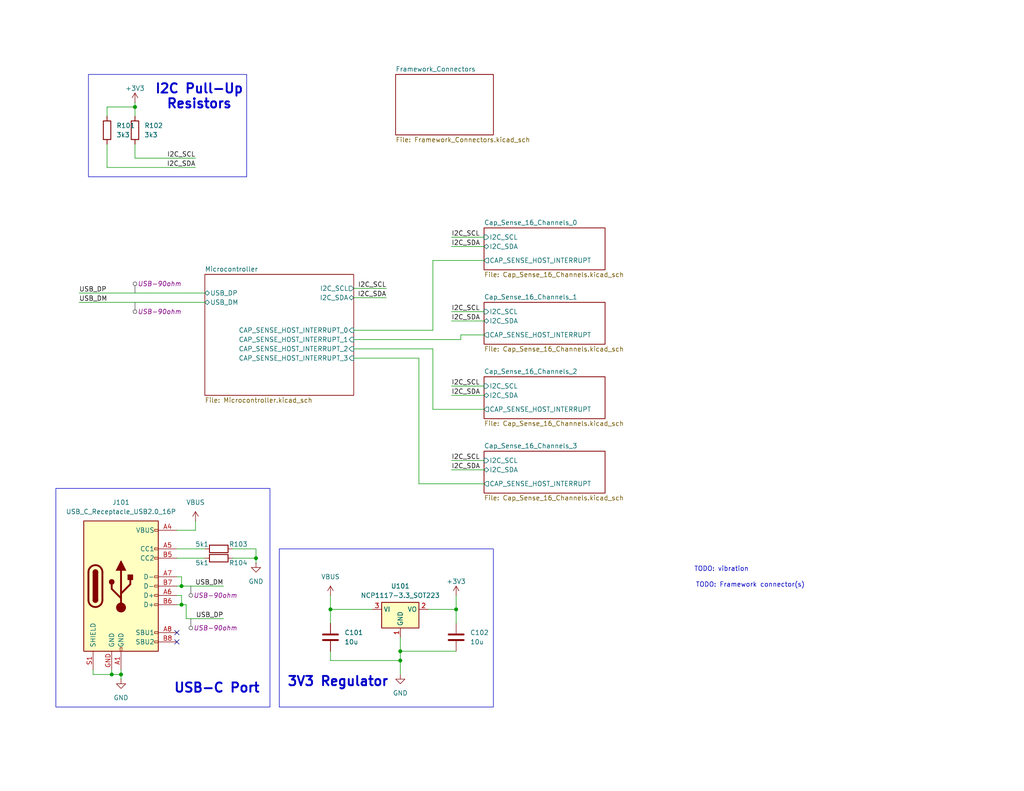
<source format=kicad_sch>
(kicad_sch (version 20231120) (generator "eeschema") (generator_version "8.0")
  (paper "USLetter")
  (lib_symbols
    (symbol "Device:C" (pin_numbers hide) (pin_names (offset 0.254))
      (property "Reference" "C" (at 0.635 2.54 0))
      (property "Value" "C" (at 0.635 -2.54 0))
      (symbol "C_0_1"
        (polyline (pts (xy -2.032 -0.762) (xy 2.032 -0.762)) (stroke (width 0.508)))
        (polyline (pts (xy -2.032 0.762) (xy 2.032 0.762)) (stroke (width 0.508)))
      )
      (symbol "C_1_1"
        (pin passive line (at 0 3.81 270) (length 2.794) (name "~") (number "1"))
        (pin passive line (at 0 -3.81 90) (length 2.794) (name "~") (number "2"))
      )
    )
    (symbol "Device:R" (pin_numbers hide) (pin_names (offset 0))
      (property "Reference" "R" (at 2.032 0 90))
      (property "Value" "R" (at 0 0 90))
      (symbol "R_0_1"
        (rectangle (start -1.016 -2.54) (end 1.016 2.54) (stroke (width 0.254)))
      )
      (symbol "R_1_1"
        (pin passive line (at 0 3.81 270) (length 1.27) (name "~") (number "1"))
        (pin passive line (at 0 -3.81 90) (length 1.27) (name "~") (number "2"))
      )
    )
    (symbol "Regulator_Linear:NCP1117-3.3_SOT223"
      (property "Reference" "U" (at -3.81 3.175 0))
      (property "Value" "NCP1117-3.3_SOT223" (at 0 3.175 0))
      (symbol "NCP1117-3.3_SOT223_0_1"
        (rectangle (start -5.08 -5.08) (end 5.08 1.905) (stroke (width 0.254)) (fill (type background)))
      )
      (symbol "NCP1117-3.3_SOT223_1_1"
        (pin power_in line (at 0 -7.62 90) (length 2.54) (name "GND") (number "1"))
        (pin power_out line (at 7.62 0 180) (length 2.54) (name "VO") (number "2"))
        (pin power_in line (at -7.62 0 0) (length 2.54) (name "VI") (number "3"))
      )
    )
    (symbol "SolidKey1_Symbols:USB_C_Receptacle_USB2.0_16P_Mine" (pin_names (offset 1.016))
      (property "Reference" "J" (at 0 22.225 0))
      (property "Value" "USB_C_Receptacle_USB2.0_16P_Mine" (at 0 19.685 0))
      (symbol "USB_C_Receptacle_USB2.0_16P_Mine_0_0"
        (rectangle (start -0.254 -17.78) (end 0.254 -16.764))
        (rectangle (start 10.16 -14.986) (end 9.144 -15.494))
        (rectangle (start 10.16 -12.446) (end 9.144 -12.954))
        (rectangle (start 10.16 -4.826) (end 9.144 -5.334))
        (rectangle (start 10.16 -2.286) (end 9.144 -2.794))
        (rectangle (start 10.16 0.254) (end 9.144 -0.254))
        (rectangle (start 10.16 2.794) (end 9.144 2.286))
        (rectangle (start 10.16 7.874) (end 9.144 7.366))
        (rectangle (start 10.16 10.414) (end 9.144 9.906))
        (rectangle (start 10.16 15.494) (end 9.144 14.986))
      )
      (symbol "USB_C_Receptacle_USB2.0_16P_Mine_0_1"
        (rectangle (start -10.16 17.78) (end 10.16 -17.78) (stroke (width 0.254)) (fill (type background)))
        (arc (start -8.89 -3.81) (mid -6.985 -5.7067) (end -5.08 -3.81) (stroke (width 0.508)))
        (arc (start -7.62 -3.81) (mid -6.985 -4.4423) (end -6.35 -3.81) (stroke (width 0.254)))
        (arc (start -7.62 -3.81) (mid -6.985 -4.4423) (end -6.35 -3.81) (stroke (width 0.254)) (fill (type outline)))
        (rectangle (start -7.62 -3.81) (end -6.35 3.81) (stroke (width 0.254)) (fill (type outline)))
        (arc (start -6.35 3.81) (mid -6.985 4.4423) (end -7.62 3.81) (stroke (width 0.254)))
        (arc (start -6.35 3.81) (mid -6.985 4.4423) (end -7.62 3.81) (stroke (width 0.254)) (fill (type outline)))
        (arc (start -5.08 3.81) (mid -6.985 5.7067) (end -8.89 3.81) (stroke (width 0.508)))
        (circle (center -2.54 1.143) (radius 0.635) (stroke (width 0.254)) (fill (type outline)))
        (circle (center 0 -5.842) (radius 1.27) (fill (type outline)))
        (polyline (pts (xy -8.89 -3.81) (xy -8.89 3.81)) (stroke (width 0.508)))
        (polyline (pts (xy -5.08 3.81) (xy -5.08 -3.81)) (stroke (width 0.508)))
        (polyline (pts (xy 0 -5.842) (xy 0 4.318)) (stroke (width 0.508)))
        (polyline (pts (xy 0 -3.302) (xy -2.54 -0.762) (xy -2.54 0.508)) (stroke (width 0.508)))
        (polyline (pts (xy 0 -2.032) (xy 2.54 0.508) (xy 2.54 1.778)) (stroke (width 0.508)))
        (polyline (pts (xy -1.27 4.318) (xy 0 6.858) (xy 1.27 4.318) (xy -1.27 4.318)) (stroke (width 0.254)) (fill (type outline)))
        (rectangle (start 1.905 1.778) (end 3.175 3.048) (stroke (width 0.254)) (fill (type outline)))
      )
      (symbol "USB_C_Receptacle_USB2.0_16P_Mine_1_1"
        (pin passive line (at 0 -22.86 90) (length 5.08) (name "GND") (number "A1"))
        (pin passive line (at 0 -22.86 90) (length 5.08) hide (name "GND") (number "A12"))
        (pin passive line (at 15.24 15.24 180) (length 5.08) (name "VBUS") (number "A4"))
        (pin bidirectional line (at 15.24 10.16 180) (length 5.08) (name "CC1") (number "A5"))
        (pin bidirectional line (at 15.24 -2.54 180) (length 5.08) (name "D+") (number "A6"))
        (pin bidirectional line (at 15.24 2.54 180) (length 5.08) (name "D-") (number "A7"))
        (pin bidirectional line (at 15.24 -12.7 180) (length 5.08) (name "SBU1") (number "A8"))
        (pin passive line (at 15.24 15.24 180) (length 5.08) hide (name "VBUS") (number "A9"))
        (pin passive line (at 0 -22.86 90) (length 5.08) hide (name "GND") (number "B1"))
        (pin passive line (at 0 -22.86 90) (length 5.08) hide (name "GND") (number "B12"))
        (pin passive line (at 15.24 15.24 180) (length 5.08) hide (name "VBUS") (number "B4"))
        (pin bidirectional line (at 15.24 7.62 180) (length 5.08) (name "CC2") (number "B5"))
        (pin bidirectional line (at 15.24 -5.08 180) (length 5.08) (name "D+") (number "B6"))
        (pin bidirectional line (at 15.24 0 180) (length 5.08) (name "D-") (number "B7"))
        (pin bidirectional line (at 15.24 -15.24 180) (length 5.08) (name "SBU2") (number "B8"))
        (pin passive line (at 15.24 15.24 180) (length 5.08) hide (name "VBUS") (number "B9"))
        (pin passive line (at -2.54 -22.86 90) (length 5.08) (name "GND") (number "GND"))
        (pin passive line (at -7.62 -22.86 90) (length 5.08) (name "SHIELD") (number "S1"))
      )
    )
    (symbol "power:+3V3" (power) (pin_numbers hide) (pin_names (offset 0) hide)
      (property "Value" "+3V3" (at 0 3.556 0))
      (symbol "+3V3_0_1"
        (polyline (pts (xy -0.762 1.27) (xy 0 2.54)))
        (polyline (pts (xy 0 0) (xy 0 2.54)))
        (polyline (pts (xy 0 2.54) (xy 0.762 1.27)))
      )
      (symbol "+3V3_1_1"
        (pin power_in line (at 0 0 90) (length 0) (name "~") (number "1"))
      )
    )
    (symbol "power:GND" (power) (pin_numbers hide) (pin_names (offset 0) hide)
      (property "Value" "GND" (at 0 -3.81 0))
      (symbol "GND_0_1"
        (polyline (pts (xy 0 0) (xy 0 -1.27) (xy 1.27 -1.27) (xy 0 -2.54) (xy -1.27 -1.27) (xy 0 -1.27)))
      )
      (symbol "GND_1_1"
        (pin power_in line (at 0 0 270) (length 0) (name "~") (number "1"))
      )
    )
    (symbol "power:VBUS" (power) (pin_numbers hide) (pin_names (offset 0) hide)
      (property "Value" "VBUS" (at 0 3.556 0))
      (symbol "VBUS_0_1"
        (polyline (pts (xy -0.762 1.27) (xy 0 2.54)))
        (polyline (pts (xy 0 0) (xy 0 2.54)))
        (polyline (pts (xy 0 2.54) (xy 0.762 1.27)))
      )
      (symbol "VBUS_1_1"
        (pin power_in line (at 0 0 90) (length 0) (name "~") (number "1"))
      )
    )
  )
  (junction (at 49.53 160.02))
  (junction (at 36.83 29.21))
  (junction (at 69.85 152.4))
  (junction (at 124.46 166.37))
  (junction (at 109.22 180.34))
  (junction (at 90.17 166.37))
  (junction (at 109.22 177.8))
  (junction (at 49.53 165.1))
  (junction (at 33.02 184.15))
  (junction (at 30.48 184.15))
  (no_connect (at 48.26 172.72))
  (no_connect (at 48.26 175.26))
  (wire (pts (xy 36.83 27.94) (xy 36.83 29.21)))
  (wire (pts (xy 90.17 177.8) (xy 90.17 180.34)))
  (wire (pts (xy 118.11 111.76) (xy 132.08 111.76)))
  (wire (pts (xy 33.02 182.88) (xy 33.02 184.15)))
  (wire (pts (xy 90.17 180.34) (xy 109.22 180.34)))
  (wire (pts (xy 90.17 162.56) (xy 90.17 166.37)))
  (wire (pts (xy 109.22 177.8) (xy 109.22 180.34)))
  (wire (pts (xy 114.3 132.08) (xy 132.08 132.08)))
  (wire (pts (xy 132.08 85.09) (xy 123.19 85.09)))
  (wire (pts (xy 33.02 184.15) (xy 33.02 185.42)))
  (wire (pts (xy 36.83 43.18) (xy 53.34 43.18)))
  (wire (pts (xy 96.52 78.74) (xy 105.41 78.74)))
  (wire (pts (xy 50.8 165.1) (xy 49.53 165.1)))
  (wire (pts (xy 21.59 80.01) (xy 55.88 80.01)))
  (wire (pts (xy 132.08 128.27) (xy 123.19 128.27)))
  (wire (pts (xy 29.21 45.72) (xy 53.34 45.72)))
  (wire (pts (xy 48.26 165.1) (xy 49.53 165.1)))
  (wire (pts (xy 21.59 82.55) (xy 55.88 82.55)))
  (wire (pts (xy 25.4 182.88) (xy 25.4 184.15)))
  (wire (pts (xy 118.11 71.12) (xy 118.11 90.17)))
  (wire (pts (xy 29.21 29.21) (xy 36.83 29.21)))
  (wire (pts (xy 50.8 168.91) (xy 60.96 168.91)))
  (wire (pts (xy 29.21 45.72) (xy 29.21 39.37)))
  (wire (pts (xy 36.83 43.18) (xy 36.83 39.37)))
  (wire (pts (xy 48.26 157.48) (xy 49.53 157.48)))
  (wire (pts (xy 132.08 125.73) (xy 123.19 125.73)))
  (wire (pts (xy 96.52 97.79) (xy 114.3 97.79)))
  (wire (pts (xy 132.08 64.77) (xy 123.19 64.77)))
  (wire (pts (xy 63.5 152.4) (xy 69.85 152.4)))
  (wire (pts (xy 53.34 142.24) (xy 53.34 144.78)))
  (wire (pts (xy 132.08 67.31) (xy 123.19 67.31)))
  (wire (pts (xy 48.26 160.02) (xy 49.53 160.02)))
  (wire (pts (xy 118.11 71.12) (xy 132.08 71.12)))
  (wire (pts (xy 132.08 107.95) (xy 123.19 107.95)))
  (wire (pts (xy 96.52 81.28) (xy 105.41 81.28)))
  (wire (pts (xy 118.11 95.25) (xy 118.11 111.76)))
  (wire (pts (xy 124.46 162.56) (xy 124.46 166.37)))
  (wire (pts (xy 132.08 105.41) (xy 123.19 105.41)))
  (wire (pts (xy 49.53 162.56) (xy 48.26 162.56)))
  (wire (pts (xy 90.17 166.37) (xy 90.17 170.18)))
  (wire (pts (xy 109.22 177.8) (xy 124.46 177.8)))
  (wire (pts (xy 53.34 144.78) (xy 48.26 144.78)))
  (wire (pts (xy 116.84 166.37) (xy 124.46 166.37)))
  (wire (pts (xy 114.3 97.79) (xy 114.3 132.08)))
  (wire (pts (xy 109.22 180.34) (xy 109.22 184.15)))
  (wire (pts (xy 48.26 152.4) (xy 55.88 152.4)))
  (wire (pts (xy 96.52 95.25) (xy 118.11 95.25)))
  (wire (pts (xy 49.53 160.02) (xy 49.53 157.48)))
  (wire (pts (xy 48.26 149.86) (xy 55.88 149.86)))
  (wire (pts (xy 125.73 92.71) (xy 96.52 92.71)))
  (wire (pts (xy 90.17 166.37) (xy 101.6 166.37)))
  (wire (pts (xy 132.08 87.63) (xy 123.19 87.63)))
  (wire (pts (xy 30.48 182.88) (xy 30.48 184.15)))
  (wire (pts (xy 25.4 184.15) (xy 30.48 184.15)))
  (wire (pts (xy 96.52 90.17) (xy 118.11 90.17)))
  (wire (pts (xy 124.46 166.37) (xy 124.46 170.18)))
  (wire (pts (xy 109.22 173.99) (xy 109.22 177.8)))
  (wire (pts (xy 36.83 29.21) (xy 36.83 31.75)))
  (wire (pts (xy 29.21 31.75) (xy 29.21 29.21)))
  (wire (pts (xy 69.85 149.86) (xy 63.5 149.86)))
  (wire (pts (xy 69.85 153.67) (xy 69.85 152.4)))
  (wire (pts (xy 125.73 91.44) (xy 132.08 91.44)))
  (wire (pts (xy 69.85 152.4) (xy 69.85 149.86)))
  (wire (pts (xy 50.8 168.91) (xy 50.8 165.1)))
  (wire (pts (xy 30.48 184.15) (xy 33.02 184.15)))
  (wire (pts (xy 49.53 160.02) (xy 60.96 160.02)))
  (wire (pts (xy 125.73 91.44) (xy 125.73 92.71)))
  (wire (pts (xy 49.53 165.1) (xy 49.53 162.56)))
  (rectangle (start 15.24 133.35) (end 73.66 193.04))
  (rectangle (start 76.2 149.86) (end 134.62 193.04))
  (rectangle (start 24.13 20.32) (end 67.31 48.26))
  (text "3V3 Regulator" (at 92.202 186.182 0) (effects (font (size 2.54 2.54) (thickness 0.508) (bold yes))))
  (text "I2C Pull-Up\nResistors" (at 54.356 26.416 0) (effects (font (size 2.54 2.54) (thickness 0.508) (bold yes))))
  (text "TODO: Framework connector(s)" (at 204.724 159.766 0) (effects (font (size 1.27 1.27))))
  (text "USB-C Port" (at 59.182 187.96 0) (effects (font (size 2.54 2.54) (thickness 0.508) (bold yes))))
  (text "TODO: vibration" (at 196.85 155.448 0) (effects (font (size 1.27 1.27))))
  (label "I2C_SCL" (at 123.19 105.41 0))
  (label "I2C_SDA" (at 123.19 67.31 0))
  (label "I2C_SCL" (at 53.34 43.18 180))
  (label "I2C_SCL" (at 123.19 125.73 0))
  (label "I2C_SDA" (at 53.34 45.72 180))
  (label "I2C_SCL" (at 105.41 78.74 180))
  (label "I2C_SCL" (at 123.19 85.09 0))
  (label "I2C_SCL" (at 123.19 64.77 0))
  (label "USB_DM" (at 21.59 82.55 0))
  (label "I2C_SDA" (at 123.19 107.95 0))
  (label "USB_DM" (at 60.96 160.02 180))
  (label "I2C_SDA" (at 123.19 87.63 0))
  (label "I2C_SDA" (at 123.19 128.27 0))
  (label "USB_DP" (at 21.59 80.01 0))
  (label "I2C_SDA" (at 105.41 81.28 180))
  (label "USB_DP" (at 60.96 168.91 180))
  (netclass_flag "" (length 2.54) (shape round) (at 36.83 80.01 0) (property "Netclass" "USB-90ohm" (at 37.5285 77.47 0) (effects (font (italic yes)) (justify left))))
  (netclass_flag "" (length 2.54) (shape round) (at 52.07 160.02 180) (property "Netclass" "USB-90ohm" (at 52.7685 162.56 0) (effects (font (italic yes)) (justify left))))
  (netclass_flag "" (length 2.54) (shape round) (at 52.07 168.91 180) (property "Netclass" "USB-90ohm" (at 52.7685 171.45 0) (effects (font (italic yes)) (justify left))))
  (netclass_flag "" (length 2.54) (shape round) (at 36.83 82.55 180) (property "Netclass" "USB-90ohm" (at 37.5285 85.09 0) (effects (font (italic yes)) (justify left))))
  (symbol (lib_id "Device:C") (at 124.46 173.99 0) (unit 1)
    (property "Reference" "C102" (at 128.27 172.7199 0) (effects (justify left)))
    (property "Value" "10u" (at 128.27 175.2599 0) (effects (justify left)))
    (property "Footprint" "Capacitor_SMD:C_0402_1005Metric" (effects (hide yes)))
    (property "Description" "Unpolarized capacitor" (effects (hide yes)))
  )
  (symbol (lib_id "Device:R") (at 59.69 149.86 90) (unit 1)
    (property "Reference" "R103" (at 65.024 148.59 90))
    (property "Value" "5k1" (at 55.118 148.59 90))
    (property "Footprint" "Resistor_SMD:R_0402_1005Metric" (effects (hide yes)))
    (property "Description" "Resistor" (effects (hide yes)))
  )
  (symbol (lib_id "Regulator_Linear:NCP1117-3.3_SOT223") (at 109.22 166.37 0) (unit 1)
    (property "Reference" "U101" (at 109.22 160.02 0))
    (property "Value" "NCP1117-3.3_SOT223" (at 109.22 162.56 0))
    (property "Footprint" "Package_TO_SOT_SMD:SOT-223-3_TabPin2" (effects (hide yes)))
    (property "Datasheet" "http://www.onsemi.com/pub_link/Collateral/NCP1117-D.PDF" (effects (hide yes)))
    (property "Description" "1A Low drop-out regulator, Fixed Output 3.3V, SOT-223" (effects (hide yes)))
  )
  (symbol (lib_id "Device:R") (at 59.69 152.4 90) (mirror x) (unit 1)
    (property "Reference" "R104" (at 65.024 153.67 90))
    (property "Value" "5k1" (at 55.118 153.67 90))
    (property "Footprint" "Resistor_SMD:R_0402_1005Metric" (effects (hide yes)))
    (property "Description" "Resistor" (effects (hide yes)))
  )
  (symbol (lib_id "power:VBUS") (at 90.17 162.56 0) (unit 1)
    (property "Reference" "#PWR0104" (effects (hide yes)))
    (property "Value" "VBUS" (at 90.17 157.48 0))
    (property "Description" "Power symbol creates a global label with name \"VBUS\"" (effects (hide yes)))
  )
  (symbol (lib_id "power:GND") (at 33.02 185.42 0) (unit 1)
    (property "Reference" "#PWR0107" (effects (hide yes)))
    (property "Value" "GND" (at 33.02 190.5 0))
    (property "Description" "Power symbol creates a global label with name \"GND\" , ground" (effects (hide yes)))
  )
  (symbol (lib_id "power:GND") (at 69.85 153.67 0) (unit 1)
    (property "Reference" "#PWR0103" (effects (hide yes)))
    (property "Value" "GND" (at 69.85 158.75 0))
    (property "Description" "Power symbol creates a global label with name \"GND\" , ground" (effects (hide yes)))
  )
  (symbol (lib_id "power:VBUS") (at 53.34 142.24 0) (unit 1)
    (property "Reference" "#PWR0102" (effects (hide yes)))
    (property "Value" "VBUS" (at 53.34 137.16 0))
    (property "Description" "Power symbol creates a global label with name \"VBUS\"" (effects (hide yes)))
  )
  (symbol (lib_id "power:+3V3") (at 124.46 162.56 0) (unit 1)
    (property "Reference" "#PWR0105" (effects (hide yes)))
    (property "Value" "+3V3" (at 124.46 158.75 0))
    (property "Description" "Power symbol creates a global label with name \"+3V3\"" (effects (hide yes)))
  )
  (symbol (lib_id "SolidKey1_Symbols:USB_C_Receptacle_USB2.0_16P_Mine") (at 33.02 160.02 0) (unit 1)
    (property "Reference" "J101" (at 33.02 137.16 0))
    (property "Value" "USB_C_Receptacle_USB2.0_16P" (at 33.02 139.7 0))
    (property "Footprint" "Connector_USB:USB_C_Receptacle_G-Switch_GT-USB-7025" (effects (hide yes)))
    (property "Datasheet" "https://www.usb.org/sites/default/files/documents/usb_type-c.zip" (effects (hide yes)))
    (property "Description" "USB 2.0-only 16P Type-C Receptacle connector" (effects (hide yes)))
  )
  (symbol (lib_id "Device:C") (at 90.17 173.99 0) (unit 1)
    (property "Reference" "C101" (at 93.98 172.7199 0) (effects (justify left)))
    (property "Value" "10u" (at 93.98 175.2599 0) (effects (justify left)))
    (property "Footprint" "Capacitor_SMD:C_0402_1005Metric" (effects (hide yes)))
    (property "Description" "Unpolarized capacitor" (effects (hide yes)))
  )
  (symbol (lib_id "power:+3V3") (at 36.83 27.94 0) (unit 1)
    (property "Reference" "#PWR0101" (effects (hide yes)))
    (property "Value" "+3V3" (at 36.83 24.13 0))
    (property "Description" "Power symbol creates a global label with name \"+3V3\"" (effects (hide yes)))
  )
  (symbol (lib_id "Device:R") (at 29.21 35.56 0) (unit 1)
    (property "Reference" "R101" (at 31.75 34.2899 0) (effects (justify left)))
    (property "Value" "3k3" (at 31.75 36.8299 0) (effects (justify left)))
    (property "Footprint" "Resistor_SMD:R_0402_1005Metric" (effects (hide yes)))
    (property "Description" "Resistor" (effects (hide yes)))
  )
  (symbol (lib_id "power:GND") (at 109.22 184.15 0) (unit 1)
    (property "Reference" "#PWR0106" (effects (hide yes)))
    (property "Value" "GND" (at 109.22 189.23 0))
    (property "Description" "Power symbol creates a global label with name \"GND\" , ground" (effects (hide yes)))
  )
  (symbol (lib_id "Device:R") (at 36.83 35.56 0) (unit 1)
    (property "Reference" "R102" (at 39.37 34.2899 0) (effects (justify left)))
    (property "Value" "3k3" (at 39.37 36.8299 0) (effects (justify left)))
    (property "Footprint" "Resistor_SMD:R_0402_1005Metric" (effects (hide yes)))
    (property "Description" "Resistor" (effects (hide yes)))
  )
  (sheet (at 132.08 102.87) (size 33.02 11.43) (stroke (width 0.1524))
    (property "Sheetname" "Cap_Sense_16_Channels_2" (at 132.08 102.1584 0) (effects (justify left bottom)))
    (property "Sheetfile" "Cap_Sense_16_Channels.kicad_sch" (at 132.08 114.8846 0) (effects (justify left top)))
    (pin "I2C_SCL" input (at 132.08 105.41 180))
    (pin "CAP_SENSE_HOST_INTERRUPT" output (at 132.08 111.76 180))
    (pin "I2C_SDA" bidirectional (at 132.08 107.95 180))
  )
  (sheet (at 55.88 74.93) (size 40.64 33.02) (stroke (width 0.1524))
    (property "Sheetname" "Microcontroller" (at 55.88 74.2184 0) (effects (justify left bottom)))
    (property "Sheetfile" "Microcontroller.kicad_sch" (at 55.88 108.5346 0) (effects (justify left top)))
    (pin "CAP_SENSE_HOST_INTERRUPT_3" input (at 96.52 97.79 0))
    (pin "I2C_SDA" bidirectional (at 96.52 81.28 0))
    (pin "CAP_SENSE_HOST_INTERRUPT_0" input (at 96.52 90.17 0))
    (pin "CAP_SENSE_HOST_INTERRUPT_1" input (at 96.52 92.71 0))
    (pin "CAP_SENSE_HOST_INTERRUPT_2" input (at 96.52 95.25 0))
    (pin "I2C_SCL" output (at 96.52 78.74 0))
    (pin "USB_DP" bidirectional (at 55.88 80.01 180))
    (pin "USB_DM" bidirectional (at 55.88 82.55 180))
  )
  (sheet (at 132.08 62.23) (size 33.02 11.43) (stroke (width 0.1524))
    (property "Sheetname" "Cap_Sense_16_Channels_0" (at 132.08 61.5184 0) (effects (justify left bottom)))
    (property "Sheetfile" "Cap_Sense_16_Channels.kicad_sch" (at 132.08 74.2446 0) (effects (justify left top)))
    (pin "I2C_SCL" input (at 132.08 64.77 180))
    (pin "CAP_SENSE_HOST_INTERRUPT" output (at 132.08 71.12 180))
    (pin "I2C_SDA" bidirectional (at 132.08 67.31 180))
  )
  (sheet (at 107.95 20.32) (size 26.67 16.51) (stroke (width 0.1524))
    (property "Sheetname" "Framework_Connectors" (at 107.95 19.6084 0) (effects (justify left bottom)))
    (property "Sheetfile" "Framework_Connectors.kicad_sch" (at 107.95 37.4146 0) (effects (justify left top)))
  )
  (sheet (at 132.08 82.55) (size 33.02 11.43) (stroke (width 0.1524))
    (property "Sheetname" "Cap_Sense_16_Channels_1" (at 132.08 81.8384 0) (effects (justify left bottom)))
    (property "Sheetfile" "Cap_Sense_16_Channels.kicad_sch" (at 132.08 94.5646 0) (effects (justify left top)))
    (pin "I2C_SCL" input (at 132.08 85.09 180))
    (pin "CAP_SENSE_HOST_INTERRUPT" output (at 132.08 91.44 180))
    (pin "I2C_SDA" bidirectional (at 132.08 87.63 180))
  )
  (sheet (at 132.08 123.19) (size 33.02 11.43) (stroke (width 0.1524))
    (property "Sheetname" "Cap_Sense_16_Channels_3" (at 132.08 122.4784 0) (effects (justify left bottom)))
    (property "Sheetfile" "Cap_Sense_16_Channels.kicad_sch" (at 132.08 135.2046 0) (effects (justify left top)))
    (pin "I2C_SCL" input (at 132.08 125.73 180))
    (pin "CAP_SENSE_HOST_INTERRUPT" output (at 132.08 132.08 180))
    (pin "I2C_SDA" bidirectional (at 132.08 128.27 180))
  )
)
</source>
